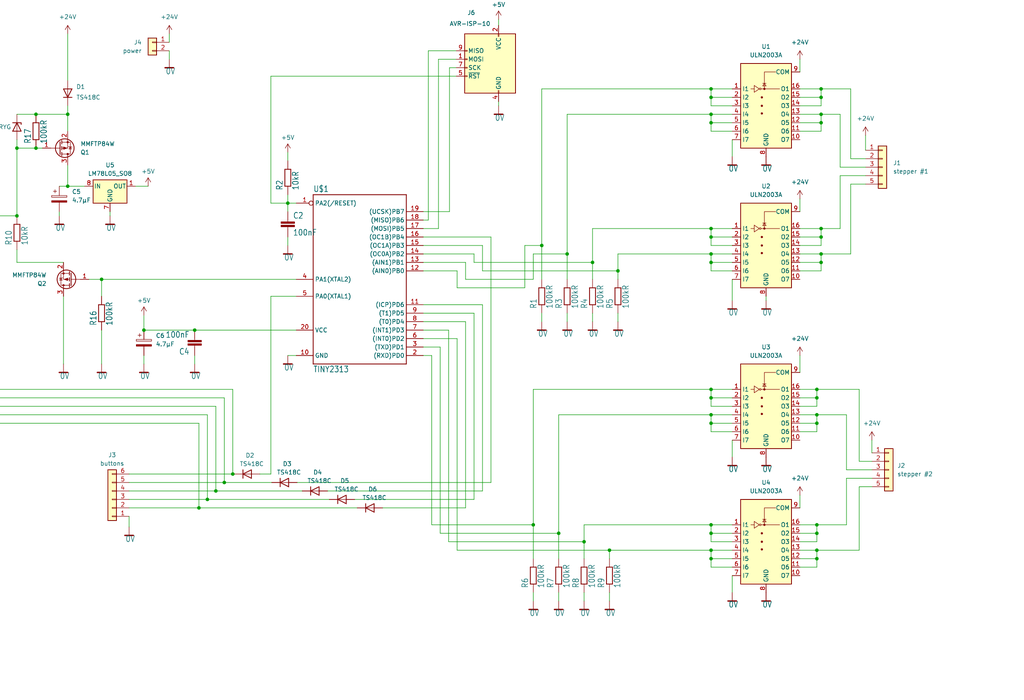
<source format=kicad_sch>
(kicad_sch (version 20230121) (generator eeschema)
  (paper "User" 307.264 210.007)
  (lib_symbols
    (symbol "Connector:AVR-ISP-10" (pin_names (offset 1.016))
      (property "Reference" "J" (at -6.35 11.43 0))
      (property "Value" "AVR-ISP-10" (at 0 11.43 0))
      (symbol "AVR-ISP-10_1_1"
        (pin passive line (at 10.16 2.54 180) (length 2.54) (name "MOSI") (number "1"))
        (pin passive line (at -2.54 -10.16 90) (length 2.54) hide (name "GND") (number "10"))
        (pin passive line (at -2.54 12.7 270) (length 2.54) (name "VCC") (number "2"))
        (pin no_connect line (at 7.62 -5.08 180) (length 2.54) hide (name "NC") (number "3"))
        (pin passive line (at -2.54 -10.16 90) (length 2.54) (name "GND") (number "4"))
        (pin passive line (at 10.16 -2.54 180) (length 2.54) (name "~{RST}") (number "5"))
        (pin passive line (at -2.54 -10.16 90) (length 2.54) hide (name "GND") (number "6"))
        (pin passive line (at 10.16 0 180) (length 2.54) (name "SCK") (number "7"))
        (pin passive line (at -2.54 -10.16 90) (length 2.54) hide (name "GND") (number "8"))
        (pin passive line (at 10.16 5.08 180) (length 2.54) (name "MISO") (number "9"))
      )
    )
    (symbol "Connector_Generic:Conn_01x02" (pin_names (offset 1.016) hide)
      (property "Reference" "J" (at 0 2.54 0))
      (property "Value" "Conn_01x02" (at 0 -5.08 0))
      (symbol "Conn_01x02_1_1"
        (pin passive line (at -5.08 0 0) (length 3.81) (name "Pin_1") (number "1"))
        (pin passive line (at -5.08 -2.54 0) (length 3.81) (name "Pin_2") (number "2"))
      )
    )
    (symbol "Connector_Generic:Conn_01x05" (pin_names (offset 1.016) hide)
      (property "Reference" "J" (at 0 7.62 0))
      (property "Value" "Conn_01x05" (at 0 -7.62 0))
      (symbol "Conn_01x05_1_1"
        (pin passive line (at -5.08 5.08 0) (length 3.81) (name "Pin_1") (number "1"))
        (pin passive line (at -5.08 2.54 0) (length 3.81) (name "Pin_2") (number "2"))
        (pin passive line (at -5.08 0 0) (length 3.81) (name "Pin_3") (number "3"))
        (pin passive line (at -5.08 -2.54 0) (length 3.81) (name "Pin_4") (number "4"))
        (pin passive line (at -5.08 -5.08 0) (length 3.81) (name "Pin_5") (number "5"))
      )
    )
    (symbol "Connector_Generic:Conn_01x06" (pin_names (offset 1.016) hide)
      (property "Reference" "J" (at 0 7.62 0))
      (property "Value" "Conn_01x06" (at 0 -10.16 0))
      (symbol "Conn_01x06_1_1"
        (pin passive line (at -5.08 5.08 0) (length 3.81) (name "Pin_1") (number "1"))
        (pin passive line (at -5.08 2.54 0) (length 3.81) (name "Pin_2") (number "2"))
        (pin passive line (at -5.08 0 0) (length 3.81) (name "Pin_3") (number "3"))
        (pin passive line (at -5.08 -2.54 0) (length 3.81) (name "Pin_4") (number "4"))
        (pin passive line (at -5.08 -5.08 0) (length 3.81) (name "Pin_5") (number "5"))
        (pin passive line (at -5.08 -7.62 0) (length 3.81) (name "Pin_6") (number "6"))
      )
    )
    (symbol "Device:C_Polarized" (pin_numbers hide) (pin_names (offset 0.254))
      (property "Reference" "C" (at 0.635 2.54 0))
      (property "Value" "C_Polarized" (at 0.635 -2.54 0))
      (symbol "C_Polarized_1_1"
        (pin passive line (at 0 3.81 270) (length 2.794) (name "~") (number "1"))
        (pin passive line (at 0 -3.81 90) (length 2.794) (name "~") (number "2"))
      )
    )
    (symbol "Device:D_Zener" (pin_numbers hide) (pin_names (offset 1.016) hide)
      (property "Reference" "D" (at 0 2.54 0))
      (property "Value" "D_Zener" (at 0 -2.54 0))
      (symbol "D_Zener_1_1"
        (pin passive line (at -3.81 0 0) (length 2.54) (name "K") (number "1"))
        (pin passive line (at 3.81 0 180) (length 2.54) (name "A") (number "2"))
      )
    )
    (symbol "Device:Q_PMOS_GSD" (pin_names (offset 0) hide)
      (property "Reference" "Q" (at 5.08 1.27 0))
      (property "Value" "Q_PMOS_GSD" (at 5.08 -1.27 0))
      (symbol "Q_PMOS_GSD_1_1"
        (pin input line (at -5.08 0 0) (length 2.54) (name "G") (number "1"))
        (pin passive line (at 2.54 -5.08 90) (length 2.54) (name "S") (number "2"))
        (pin passive line (at 2.54 5.08 270) (length 2.54) (name "D") (number "3"))
      )
    )
    (symbol "Diode:CD4148W" (pin_numbers hide) (pin_names hide)
      (property "Reference" "D" (at 0 2.54 0))
      (property "Value" "CD4148W" (at 0 -2.54 0))
      (symbol "CD4148W_1_1"
        (pin passive line (at -3.81 0 0) (length 2.54) (name "K") (number "1"))
        (pin passive line (at 3.81 0 180) (length 2.54) (name "A") (number "2"))
      )
    )
    (symbol "Regulator_Linear:LM78L05_SO8" (pin_names (offset 0.254))
      (property "Reference" "U" (at -3.81 3.175 0))
      (property "Value" "LM78L05_SO8" (at 0 3.175 0))
      (symbol "LM78L05_SO8_1_1"
        (pin power_out line (at 7.62 0 180) (length 2.54) (name "OUT") (number "1"))
        (pin passive line (at 0 -7.62 90) (length 2.54) hide (name "GND") (number "2"))
        (pin passive line (at 0 -7.62 90) (length 2.54) hide (name "GND") (number "3"))
        (pin no_connect line (at -5.08 -2.54 0) (length 2.54) hide (name "NC") (number "4"))
        (pin no_connect line (at 5.08 -2.54 180) (length 2.54) hide (name "NC") (number "5"))
        (pin passive line (at 0 -7.62 90) (length 2.54) hide (name "GND") (number "6"))
        (pin power_in line (at 0 -7.62 90) (length 2.54) (name "GND") (number "7"))
        (pin power_in line (at -7.62 0 0) (length 2.54) (name "IN") (number "8"))
      )
    )
    (symbol "Transistor_Array:ULN2003"
      (property "Reference" "U" (at 0 15.875 0))
      (property "Value" "ULN2003" (at 0 13.97 0))
      (symbol "ULN2003_1_1"
        (pin input line (at -10.16 5.08 0) (length 2.54) (name "I1") (number "1"))
        (pin open_collector line (at 10.16 -10.16 180) (length 2.54) (name "O7") (number "10"))
        (pin open_collector line (at 10.16 -7.62 180) (length 2.54) (name "O6") (number "11"))
        (pin open_collector line (at 10.16 -5.08 180) (length 2.54) (name "O5") (number "12"))
        (pin open_collector line (at 10.16 -2.54 180) (length 2.54) (name "O4") (number "13"))
        (pin open_collector line (at 10.16 0 180) (length 2.54) (name "O3") (number "14"))
        (pin open_collector line (at 10.16 2.54 180) (length 2.54) (name "O2") (number "15"))
        (pin open_collector line (at 10.16 5.08 180) (length 2.54) (name "O1") (number "16"))
        (pin input line (at -10.16 2.54 0) (length 2.54) (name "I2") (number "2"))
        (pin input line (at -10.16 0 0) (length 2.54) (name "I3") (number "3"))
        (pin input line (at -10.16 -2.54 0) (length 2.54) (name "I4") (number "4"))
        (pin input line (at -10.16 -5.08 0) (length 2.54) (name "I5") (number "5"))
        (pin input line (at -10.16 -7.62 0) (length 2.54) (name "I6") (number "6"))
        (pin input line (at -10.16 -10.16 0) (length 2.54) (name "I7") (number "7"))
        (pin power_in line (at 0 -15.24 90) (length 2.54) (name "GND") (number "8"))
        (pin passive line (at 10.16 10.16 180) (length 2.54) (name "COM") (number "9"))
      )
    )
    (symbol "Transistor_Array:ULN2003A"
      (property "Reference" "U" (at 0 15.875 0))
      (property "Value" "ULN2003A" (at 0 13.97 0))
      (symbol "ULN2003A_1_1"
        (pin input line (at -10.16 5.08 0) (length 2.54) (name "I1") (number "1"))
        (pin open_collector line (at 10.16 -10.16 180) (length 2.54) (name "O7") (number "10"))
        (pin open_collector line (at 10.16 -7.62 180) (length 2.54) (name "O6") (number "11"))
        (pin open_collector line (at 10.16 -5.08 180) (length 2.54) (name "O5") (number "12"))
        (pin open_collector line (at 10.16 -2.54 180) (length 2.54) (name "O4") (number "13"))
        (pin open_collector line (at 10.16 0 180) (length 2.54) (name "O3") (number "14"))
        (pin open_collector line (at 10.16 2.54 180) (length 2.54) (name "O2") (number "15"))
        (pin open_collector line (at 10.16 5.08 180) (length 2.54) (name "O1") (number "16"))
        (pin input line (at -10.16 2.54 0) (length 2.54) (name "I2") (number "2"))
        (pin input line (at -10.16 0 0) (length 2.54) (name "I3") (number "3"))
        (pin input line (at -10.16 -2.54 0) (length 2.54) (name "I4") (number "4"))
        (pin input line (at -10.16 -5.08 0) (length 2.54) (name "I5") (number "5"))
        (pin input line (at -10.16 -7.62 0) (length 2.54) (name "I6") (number "6"))
        (pin input line (at -10.16 -10.16 0) (length 2.54) (name "I7") (number "7"))
        (pin power_in line (at 0 -15.24 90) (length 2.54) (name "GND") (number "8"))
        (pin passive line (at 10.16 10.16 180) (length 2.54) (name "COM") (number "9"))
      )
    )
    (symbol "control-eagle-import:0V" (power)
      (property "Value" "0V" (at -1.143 -2.032 0))
      (symbol "0V_1_0"
        (pin power_in line (at 0 2.54 270) (length 2.54) (name "0V") (number "1"))
      )
    )
    (symbol "control-eagle-import:C-EUC3216"
      (property "Reference" "C" (at 1.524 0.381 0))
      (property "Value" "C-EUC3216" (at 1.524 -4.699 0))
      (symbol "C-EUC3216_1_0"
        (pin passive line (at 0 2.54 270) (length 2.54) (name "1") (number "1"))
        (pin passive line (at 0 -5.08 90) (length 2.54) (name "2") (number "2"))
      )
    )
    (symbol "control-eagle-import:R-EU_MELF0204W"
      (property "Reference" "R" (at -3.81 1.4986 0))
      (property "Value" "R-EU_MELF0204W" (at -3.81 -3.302 0))
      (symbol "R-EU_MELF0204W_1_0"
        (pin passive line (at -5.08 0 0) (length 2.54) (name "1") (number "1"))
        (pin passive line (at 5.08 0 180) (length 2.54) (name "2") (number "2"))
      )
    )
    (symbol "control-eagle-import:TINY2313-P"
      (property "Value" "TINY2313-P" (at -15.24 -33.02 0))
      (symbol "TINY2313-P_1_0"
        (pin input inverted (at -20.32 17.78 0) (length 5.08) (name "PA2(/RESET)") (number "1"))
        (pin power_in line (at -20.32 -27.94 0) (length 5.08) (name "GND") (number "10"))
        (pin bidirectional line (at 17.78 -12.7 180) (length 5.08) (name "(ICP)PD6") (number "11"))
        (pin bidirectional line (at 17.78 -2.54 180) (length 5.08) (name "(AIN0)PB0") (number "12"))
        (pin bidirectional line (at 17.78 0 180) (length 5.08) (name "(AIN1)PB1") (number "13"))
        (pin bidirectional line (at 17.78 2.54 180) (length 5.08) (name "(OC0A)PB2") (number "14"))
        (pin bidirectional line (at 17.78 5.08 180) (length 5.08) (name "(OC1A)PB3") (number "15"))
        (pin bidirectional line (at 17.78 7.62 180) (length 5.08) (name "(OC1B)PB4") (number "16"))
        (pin bidirectional line (at 17.78 10.16 180) (length 5.08) (name "(MOSI)PB5") (number "17"))
        (pin bidirectional line (at 17.78 12.7 180) (length 5.08) (name "(MISO)PB6") (number "18"))
        (pin bidirectional line (at 17.78 15.24 180) (length 5.08) (name "(UCSK)PB7") (number "19"))
        (pin bidirectional line (at 17.78 -27.94 180) (length 5.08) (name "(RXD)PD0") (number "2"))
        (pin power_in line (at -20.32 -20.32 0) (length 5.08) (name "VCC") (number "20"))
        (pin bidirectional line (at 17.78 -25.4 180) (length 5.08) (name "(TXD)PD1") (number "3"))
        (pin bidirectional line (at -20.32 -5.08 0) (length 5.08) (name "PA1(XTAL2)") (number "4"))
        (pin bidirectional line (at -20.32 -10.16 0) (length 5.08) (name "PA0(XTAL1)") (number "5"))
        (pin bidirectional line (at 17.78 -22.86 180) (length 5.08) (name "(INT0)PD2") (number "6"))
        (pin bidirectional line (at 17.78 -20.32 180) (length 5.08) (name "(INT1)PD3") (number "7"))
        (pin bidirectional line (at 17.78 -17.78 180) (length 5.08) (name "(T0)PD4") (number "8"))
        (pin bidirectional line (at 17.78 -15.24 180) (length 5.08) (name "(T1)PD5") (number "9"))
      )
    )
    (symbol "power:+24V" (power) (pin_names (offset 0))
      (property "Value" "+24V" (at 0 3.556 0))
      (symbol "+24V_1_1"
        (pin power_in line (at 0 0 90) (length 0) hide (name "+24V") (number "1"))
      )
    )
    (symbol "power:+5V" (power) (pin_names (offset 0))
      (property "Value" "+5V" (at 0 3.556 0))
      (symbol "+5V_1_1"
        (pin power_in line (at 0 0 90) (length 0) hide (name "+5V") (number "1"))
      )
    )
  )
  (junction (at 185.42 81.28))
  (junction (at 213.36 167.64))
  (junction (at 246.38 71.12))
  (junction (at 162.56 73.66))
  (junction (at 62.23 149.86))
  (junction (at 213.36 119.38))
  (junction (at 213.36 124.46))
  (junction (at 213.36 71.12))
  (junction (at 20.32 34.29))
  (junction (at -5.08 64.77))
  (junction (at 64.77 147.32))
  (junction (at 10.795 34.29))
  (junction (at 213.36 34.29))
  (junction (at 245.11 119.38))
  (junction (at 59.69 152.4))
  (junction (at 245.11 116.84))
  (junction (at 30.48 83.82))
  (junction (at -13.97 64.77))
  (junction (at 245.11 157.48))
  (junction (at 5.08 44.45))
  (junction (at 245.11 124.46))
  (junction (at 213.36 157.48))
  (junction (at 69.85 142.24))
  (junction (at 67.31 144.78))
  (junction (at -31.75 64.77))
  (junction (at 177.8 78.74))
  (junction (at 213.36 127))
  (junction (at 213.36 78.74))
  (junction (at 170.18 76.2))
  (junction (at 175.26 162.56))
  (junction (at 20.32 55.88))
  (junction (at 213.36 116.84))
  (junction (at 245.11 165.1))
  (junction (at 213.36 36.83))
  (junction (at 5.08 64.77))
  (junction (at 246.38 78.74))
  (junction (at 58.42 99.06))
  (junction (at 245.11 167.64))
  (junction (at 213.36 165.1))
  (junction (at 213.36 76.2))
  (junction (at 43.18 99.06))
  (junction (at 246.38 34.29))
  (junction (at -22.86 64.77))
  (junction (at 246.38 76.2))
  (junction (at 213.36 29.21))
  (junction (at 86.36 60.96))
  (junction (at 213.36 68.58))
  (junction (at 246.38 68.58))
  (junction (at 245.11 160.02))
  (junction (at 246.38 36.83))
  (junction (at 213.36 26.67))
  (junction (at 160.02 157.48))
  (junction (at 167.64 160.02))
  (junction (at 10.795 44.45))
  (junction (at 213.36 160.02))
  (junction (at 246.38 29.21))
  (junction (at 182.88 165.1))
  (junction (at 246.38 26.67))
  (junction (at 245.11 127))
  (wire (pts (xy 157.48 73.66) (xy 162.56 73.66)))
  (wire (pts (xy -40.64 74.93) (xy -40.64 127)))
  (wire (pts (xy 127 73.66) (xy 144.78 73.66)))
  (wire (pts (xy 261.62 138.43) (xy 257.81 138.43)))
  (wire (pts (xy 5.08 78.74) (xy 5.08 74.93)))
  (wire (pts (xy 81.28 88.9) (xy 81.28 142.24)))
  (wire (pts (xy 240.03 170.18) (xy 245.11 170.18)))
  (wire (pts (xy 5.08 44.45) (xy 10.795 44.45)))
  (wire (pts (xy 185.42 83.82) (xy 185.42 81.28)))
  (wire (pts (xy 81.28 60.96) (xy 86.36 60.96)))
  (wire (pts (xy 77.978 142.24) (xy 81.28 142.24)))
  (wire (pts (xy 245.11 170.18) (xy 245.11 167.64)))
  (wire (pts (xy -5.08 116.84) (xy 69.85 116.84)))
  (wire (pts (xy -5.08 64.77) (xy 5.08 64.77)))
  (wire (pts (xy 219.71 31.75) (xy 213.36 31.75)))
  (wire (pts (xy 137.16 81.28) (xy 137.16 86.36)))
  (wire (pts (xy 257.81 138.43) (xy 257.81 116.84)))
  (wire (pts (xy 175.26 157.48) (xy 175.26 162.56)))
  (wire (pts (xy 59.69 152.4) (xy 107.188 152.4)))
  (wire (pts (xy 5.08 44.45) (xy 5.08 64.77)))
  (wire (pts (xy 62.23 149.86) (xy 98.806 149.86)))
  (wire (pts (xy 127 76.2) (xy 142.24 76.2)))
  (wire (pts (xy 162.56 83.82) (xy 162.56 73.66)))
  (wire (pts (xy 252.095 50.165) (xy 252.095 34.29)))
  (wire (pts (xy 86.36 73.66) (xy 86.36 71.12)))
  (wire (pts (xy 17.78 63.5) (xy 17.78 64.77)))
  (wire (pts (xy 259.715 47.625) (xy 255.27 47.625)))
  (wire (pts (xy 67.31 119.38) (xy 67.31 144.78)))
  (wire (pts (xy 245.11 167.64) (xy 245.11 165.1)))
  (wire (pts (xy 245.11 129.54) (xy 245.11 127)))
  (wire (pts (xy 86.36 63.5) (xy 86.36 60.96)))
  (wire (pts (xy 261.62 140.97) (xy 254 140.97)))
  (wire (pts (xy 185.42 96.52) (xy 185.42 93.98)))
  (wire (pts (xy 58.42 109.22) (xy 58.42 106.68)))
  (wire (pts (xy 261.62 132.08) (xy 261.62 135.89)))
  (wire (pts (xy 20.32 10.16) (xy 20.32 24.13)))
  (wire (pts (xy 144.78 81.28) (xy 185.42 81.28)))
  (wire (pts (xy 252.095 68.58) (xy 246.38 68.58)))
  (wire (pts (xy 134.874 20.32) (xy 134.874 63.5)))
  (wire (pts (xy 137.16 101.6) (xy 137.16 165.1)))
  (wire (pts (xy 142.24 78.74) (xy 177.8 78.74)))
  (wire (pts (xy 182.88 165.1) (xy 213.36 165.1)))
  (wire (pts (xy 255.27 26.67) (xy 246.38 26.67)))
  (wire (pts (xy 139.7 78.74) (xy 139.7 83.82)))
  (wire (pts (xy 219.71 160.02) (xy 213.36 160.02)))
  (wire (pts (xy 149.606 5.842) (xy 149.606 7.62)))
  (wire (pts (xy 240.03 129.54) (xy 245.11 129.54)))
  (wire (pts (xy 245.11 165.1) (xy 257.81 165.1)))
  (wire (pts (xy 246.38 76.2) (xy 255.27 76.2)))
  (wire (pts (xy -31.75 64.77) (xy -22.86 64.77)))
  (wire (pts (xy 257.81 165.1) (xy 257.81 146.05)))
  (wire (pts (xy 219.71 71.12) (xy 213.36 71.12)))
  (wire (pts (xy 5.08 41.91) (xy 5.08 44.45)))
  (wire (pts (xy 219.71 68.58) (xy 213.36 68.58)))
  (wire (pts (xy 58.42 99.06) (xy 88.9 99.06)))
  (wire (pts (xy 213.36 39.37) (xy 219.71 39.37)))
  (wire (pts (xy 89.154 144.78) (xy 147.32 144.78)))
  (wire (pts (xy 240.03 81.28) (xy 246.38 81.28)))
  (wire (pts (xy 62.23 124.46) (xy 62.23 149.86)))
  (wire (pts (xy 127 71.12) (xy 147.32 71.12)))
  (wire (pts (xy 219.71 162.56) (xy 213.36 162.56)))
  (wire (pts (xy -31.75 124.46) (xy 62.23 124.46)))
  (wire (pts (xy 219.71 81.28) (xy 213.36 81.28)))
  (wire (pts (xy 246.38 26.67) (xy 240.03 26.67)))
  (wire (pts (xy 139.7 96.52) (xy 139.7 152.4)))
  (wire (pts (xy 245.11 116.84) (xy 240.03 116.84)))
  (wire (pts (xy -22.86 121.92) (xy 64.77 121.92)))
  (wire (pts (xy 114.808 152.4) (xy 139.7 152.4)))
  (wire (pts (xy 257.81 116.84) (xy 245.11 116.84)))
  (wire (pts (xy 240.03 148.59) (xy 240.03 152.4)))
  (wire (pts (xy 246.38 76.2) (xy 246.38 78.74)))
  (wire (pts (xy 167.64 180.34) (xy 167.64 177.8)))
  (wire (pts (xy 240.03 31.75) (xy 246.38 31.75)))
  (wire (pts (xy -13.97 119.38) (xy 67.31 119.38)))
  (wire (pts (xy 245.11 124.46) (xy 240.03 124.46)))
  (wire (pts (xy 142.24 93.98) (xy 127 93.98)))
  (wire (pts (xy 219.71 34.29) (xy 213.36 34.29)))
  (wire (pts (xy 20.32 34.29) (xy 20.32 39.37)))
  (wire (pts (xy 30.48 99.06) (xy 30.48 109.22)))
  (wire (pts (xy 127 96.52) (xy 139.7 96.52)))
  (wire (pts (xy 240.03 71.12) (xy 246.38 71.12)))
  (wire (pts (xy -13.97 64.77) (xy -5.08 64.77)))
  (wire (pts (xy 106.426 149.86) (xy 142.24 149.86)))
  (wire (pts (xy 88.9 88.9) (xy 81.28 88.9)))
  (wire (pts (xy 137.16 86.36) (xy 157.48 86.36)))
  (wire (pts (xy 259.715 52.705) (xy 252.095 52.705)))
  (wire (pts (xy 219.71 116.84) (xy 213.36 116.84)))
  (wire (pts (xy 129.54 157.48) (xy 160.02 157.48)))
  (wire (pts (xy 259.715 55.245) (xy 255.27 55.245)))
  (wire (pts (xy 257.81 146.05) (xy 261.62 146.05)))
  (wire (pts (xy 144.78 91.44) (xy 144.78 147.32)))
  (wire (pts (xy 58.42 99.06) (xy 43.18 99.06)))
  (wire (pts (xy 240.03 73.66) (xy 246.38 73.66)))
  (wire (pts (xy 240.03 106.68) (xy 240.03 111.76)))
  (wire (pts (xy 127 104.14) (xy 132.08 104.14)))
  (wire (pts (xy 139.7 83.82) (xy 160.02 83.82)))
  (wire (pts (xy 213.36 34.29) (xy 213.36 36.83)))
  (wire (pts (xy 162.56 26.67) (xy 213.36 26.67)))
  (wire (pts (xy 213.36 116.84) (xy 213.36 119.38)))
  (wire (pts (xy 170.18 83.82) (xy 170.18 76.2)))
  (wire (pts (xy 219.71 78.74) (xy 213.36 78.74)))
  (wire (pts (xy 219.71 41.91) (xy 219.71 46.99)))
  (wire (pts (xy 219.71 129.54) (xy 213.36 129.54)))
  (wire (pts (xy 240.03 167.64) (xy 245.11 167.64)))
  (wire (pts (xy 252.095 34.29) (xy 246.38 34.29)))
  (wire (pts (xy 245.11 119.38) (xy 245.11 116.84)))
  (wire (pts (xy 219.71 127) (xy 213.36 127)))
  (wire (pts (xy 213.36 71.12) (xy 213.36 68.58)))
  (wire (pts (xy 64.77 121.92) (xy 64.77 147.32)))
  (wire (pts (xy 40.64 55.88) (xy 44.45 55.88)))
  (wire (pts (xy -5.08 74.93) (xy -5.08 116.84)))
  (wire (pts (xy 246.38 78.74) (xy 246.38 81.28)))
  (wire (pts (xy 240.03 119.38) (xy 245.11 119.38)))
  (wire (pts (xy 20.32 31.75) (xy 20.32 34.29)))
  (wire (pts (xy 38.735 144.78) (xy 67.31 144.78)))
  (wire (pts (xy 160.02 167.64) (xy 160.02 157.48)))
  (wire (pts (xy 240.03 76.2) (xy 246.38 76.2)))
  (wire (pts (xy 219.71 76.2) (xy 213.36 76.2)))
  (wire (pts (xy 255.27 47.625) (xy 255.27 26.67)))
  (wire (pts (xy 69.85 116.84) (xy 69.85 142.24)))
  (wire (pts (xy 240.03 121.92) (xy 245.11 121.92)))
  (wire (pts (xy 259.715 40.64) (xy 259.715 45.085)))
  (wire (pts (xy 30.48 83.82) (xy 30.48 88.9)))
  (wire (pts (xy 240.03 127) (xy 245.11 127)))
  (wire (pts (xy -22.86 74.93) (xy -22.86 121.92)))
  (wire (pts (xy -40.64 64.77) (xy -31.75 64.77)))
  (wire (pts (xy 170.18 96.52) (xy 170.18 93.98)))
  (wire (pts (xy 134.62 162.56) (xy 175.26 162.56)))
  (wire (pts (xy 19.05 88.9) (xy 19.05 109.22)))
  (wire (pts (xy 10.795 44.45) (xy 12.7 44.45)))
  (wire (pts (xy 132.08 104.14) (xy 132.08 160.02)))
  (wire (pts (xy 86.36 60.96) (xy 88.9 60.96)))
  (wire (pts (xy 246.38 71.12) (xy 246.38 73.66)))
  (wire (pts (xy 86.36 106.68) (xy 88.9 106.68)))
  (wire (pts (xy 64.77 147.32) (xy 90.678 147.32)))
  (wire (pts (xy 20.32 49.53) (xy 20.32 55.88)))
  (wire (pts (xy 245.11 127) (xy 245.11 124.46)))
  (wire (pts (xy 175.26 167.64) (xy 175.26 162.56)))
  (wire (pts (xy 69.85 142.24) (xy 70.358 142.24)))
  (wire (pts (xy 246.38 34.29) (xy 240.03 34.29)))
  (wire (pts (xy 254 143.51) (xy 254 157.48)))
  (wire (pts (xy 254 157.48) (xy 245.11 157.48)))
  (wire (pts (xy 213.36 160.02) (xy 213.36 157.48)))
  (wire (pts (xy 246.38 36.83) (xy 246.38 34.29)))
  (wire (pts (xy 167.64 124.46) (xy 167.64 160.02)))
  (wire (pts (xy 246.38 29.21) (xy 246.38 26.67)))
  (wire (pts (xy 86.36 58.42) (xy 86.36 60.96)))
  (wire (pts (xy 246.38 68.58) (xy 240.03 68.58)))
  (wire (pts (xy 167.64 167.64) (xy 167.64 160.02)))
  (wire (pts (xy 38.735 142.24) (xy 69.85 142.24)))
  (wire (pts (xy -13.97 74.93) (xy -13.97 119.38)))
  (wire (pts (xy 213.36 116.84) (xy 160.02 116.84)))
  (wire (pts (xy 240.03 162.56) (xy 245.11 162.56)))
  (wire (pts (xy 246.38 39.37) (xy 246.38 36.83)))
  (wire (pts (xy 170.18 34.29) (xy 170.18 76.2)))
  (wire (pts (xy 5.08 34.29) (xy 10.795 34.29)))
  (wire (pts (xy 219.71 167.64) (xy 213.36 167.64)))
  (wire (pts (xy 137.16 101.6) (xy 127 101.6)))
  (wire (pts (xy 240.03 36.83) (xy 246.38 36.83)))
  (wire (pts (xy 175.26 180.34) (xy 175.26 177.8)))
  (wire (pts (xy -22.86 64.77) (xy -13.97 64.77)))
  (wire (pts (xy 245.11 160.02) (xy 245.11 157.48)))
  (wire (pts (xy 219.71 170.18) (xy 213.36 170.18)))
  (wire (pts (xy 245.11 157.48) (xy 240.03 157.48)))
  (wire (pts (xy 246.38 68.58) (xy 246.38 71.12)))
  (wire (pts (xy 213.36 68.58) (xy 177.8 68.58)))
  (wire (pts (xy 38.735 154.94) (xy 38.735 158.115)))
  (wire (pts (xy 127 66.04) (xy 128.524 66.04)))
  (wire (pts (xy 219.71 124.46) (xy 213.36 124.46)))
  (wire (pts (xy 136.906 15.24) (xy 128.524 15.24)))
  (wire (pts (xy 259.715 50.165) (xy 252.095 50.165)))
  (wire (pts (xy 134.62 99.06) (xy 134.62 162.56)))
  (wire (pts (xy 219.71 29.21) (xy 213.36 29.21)))
  (wire (pts (xy 213.36 165.1) (xy 213.36 167.64)))
  (wire (pts (xy 17.78 55.88) (xy 20.32 55.88)))
  (wire (pts (xy 213.36 165.1) (xy 219.71 165.1)))
  (wire (pts (xy 81.28 22.86) (xy 81.28 60.96)))
  (wire (pts (xy 127 106.68) (xy 129.54 106.68)))
  (wire (pts (xy 246.38 31.75) (xy 246.38 29.21)))
  (wire (pts (xy 185.42 76.2) (xy 185.42 81.28)))
  (wire (pts (xy 160.02 83.82) (xy 160.02 76.2)))
  (wire (pts (xy 240.03 29.21) (xy 246.38 29.21)))
  (wire (pts (xy 86.36 45.72) (xy 86.36 48.26)))
  (wire (pts (xy 88.9 83.82) (xy 30.48 83.82)))
  (wire (pts (xy 213.36 127) (xy 213.36 129.54)))
  (wire (pts (xy 219.71 36.83) (xy 213.36 36.83)))
  (wire (pts (xy 213.36 26.67) (xy 219.71 26.67)))
  (wire (pts (xy 219.71 132.08) (xy 219.71 137.16)))
  (wire (pts (xy 142.24 76.2) (xy 142.24 78.74)))
  (wire (pts (xy 137.16 165.1) (xy 182.88 165.1)))
  (wire (pts (xy 213.36 31.75) (xy 213.36 29.21)))
  (wire (pts (xy 127 68.58) (xy 131.572 68.58)))
  (wire (pts (xy 160.02 116.84) (xy 160.02 157.48)))
  (wire (pts (xy 213.36 124.46) (xy 213.36 127)))
  (wire (pts (xy 144.78 73.66) (xy 144.78 81.28)))
  (wire (pts (xy 240.03 39.37) (xy 246.38 39.37)))
  (wire (pts (xy 160.02 180.34) (xy 160.02 177.8)))
  (wire (pts (xy 33.02 63.5) (xy 33.02 64.77)))
  (wire (pts (xy 127 99.06) (xy 134.62 99.06)))
  (wire (pts (xy 245.11 121.92) (xy 245.11 119.38)))
  (wire (pts (xy 261.62 143.51) (xy 254 143.51)))
  (wire (pts (xy 30.48 83.82) (xy 26.67 83.82)))
  (wire (pts (xy 98.298 147.32) (xy 144.78 147.32)))
  (wire (pts (xy 147.32 71.12) (xy 147.32 144.78)))
  (wire (pts (xy 157.48 86.36) (xy 157.48 73.66)))
  (wire (pts (xy 240.03 160.02) (xy 245.11 160.02)))
  (wire (pts (xy 245.11 162.56) (xy 245.11 160.02)))
  (wire (pts (xy 254 140.97) (xy 254 124.46)))
  (wire (pts (xy 240.03 78.74) (xy 246.38 78.74)))
  (wire (pts (xy 213.36 73.66) (xy 213.36 71.12)))
  (wire (pts (xy 131.572 17.78) (xy 131.572 68.58)))
  (wire (pts (xy 142.24 149.86) (xy 142.24 93.98)))
  (wire (pts (xy 160.02 76.2) (xy 170.18 76.2)))
  (wire (pts (xy 177.8 68.58) (xy 177.8 78.74)))
  (wire (pts (xy 81.28 22.86) (xy 136.906 22.86)))
  (wire (pts (xy 213.36 36.83) (xy 213.36 39.37)))
  (wire (pts (xy 177.8 96.52) (xy 177.8 93.98)))
  (wire (pts (xy 219.71 121.92) (xy 213.36 121.92)))
  (wire (pts (xy 240.03 165.1) (xy 245.11 165.1)))
  (wire (pts (xy 213.36 78.74) (xy 213.36 76.2)))
  (wire (pts (xy 59.69 127) (xy 59.69 152.4)))
  (wire (pts (xy 213.36 76.2) (xy 185.42 76.2)))
  (wire (pts (xy 67.31 144.78) (xy 81.534 144.78)))
  (wire (pts (xy 219.71 119.38) (xy 213.36 119.38)))
  (wire (pts (xy 213.36 162.56) (xy 213.36 160.02)))
  (wire (pts (xy 38.735 152.4) (xy 59.69 152.4)))
  (wire (pts (xy 127 63.5) (xy 134.874 63.5)))
  (wire (pts (xy 240.03 17.78) (xy 240.03 21.59)))
  (wire (pts (xy 213.36 157.48) (xy 175.26 157.48)))
  (wire (pts (xy 10.795 34.29) (xy 20.32 34.29)))
  (wire (pts (xy 50.8 10.16) (xy 50.8 12.7)))
  (wire (pts (xy 127 78.74) (xy 139.7 78.74)))
  (wire (pts (xy 43.18 109.22) (xy 43.18 106.68)))
  (wire (pts (xy 128.524 15.24) (xy 128.524 66.04)))
  (wire (pts (xy 213.36 29.21) (xy 213.36 26.67)))
  (wire (pts (xy 136.906 20.32) (xy 134.874 20.32)))
  (wire (pts (xy 136.906 17.78) (xy 131.572 17.78)))
  (wire (pts (xy 219.71 157.48) (xy 213.36 157.48)))
  (wire (pts (xy -31.75 74.93) (xy -31.75 124.46)))
  (wire (pts (xy 213.36 167.64) (xy 213.36 170.18)))
  (wire (pts (xy 255.27 55.245) (xy 255.27 76.2)))
  (wire (pts (xy 5.08 78.74) (xy 19.05 78.74)))
  (wire (pts (xy 213.36 34.29) (xy 170.18 34.29)))
  (wire (pts (xy 127 91.44) (xy 144.78 91.44)))
  (wire (pts (xy 213.36 124.46) (xy 167.64 124.46)))
  (wire (pts (xy 177.8 83.82) (xy 177.8 78.74)))
  (wire (pts (xy 240.03 59.69) (xy 240.03 63.5)))
  (wire (pts (xy 162.56 73.66) (xy 162.56 26.67)))
  (wire (pts (xy 213.36 81.28) (xy 213.36 78.74)))
  (wire (pts (xy 219.71 172.72) (xy 219.71 177.8)))
  (wire (pts (xy 149.606 30.48) (xy 149.606 31.75)))
  (wire (pts (xy 38.735 149.86) (xy 62.23 149.86)))
  (wire (pts (xy 132.08 160.02) (xy 167.64 160.02)))
  (wire (pts (xy 129.54 106.68) (xy 129.54 157.48)))
  (wire (pts (xy 182.88 167.64) (xy 182.88 165.1)))
  (wire (pts (xy 50.8 15.24) (xy 50.8 17.78)))
  (wire (pts (xy -40.64 127) (xy 59.69 127)))
  (wire (pts (xy 38.735 147.32) (xy 64.77 147.32)))
  (wire (pts (xy 219.71 83.82) (xy 219.71 90.17)))
  (wire (pts (xy 252.095 52.705) (xy 252.095 68.58)))
  (wire (pts (xy 43.18 94.742) (xy 43.18 99.06)))
  (wire (pts (xy 182.88 180.34) (xy 182.88 177.8)))
  (wire (pts (xy 229.87 88.9) (xy 229.87 90.17)))
  (wire (pts (xy 162.56 96.52) (xy 162.56 93.98)))
  (wire (pts (xy 254 124.46) (xy 245.11 124.46)))
  (wire (pts (xy 127 81.28) (xy 137.16 81.28)))
  (wire (pts (xy 20.32 55.88) (xy 25.4 55.88)))
  (wire (pts (xy 213.36 121.92) (xy 213.36 119.38)))
  (wire (pts (xy 219.71 73.66) (xy 213.36 73.66)))
  (symbol (lib_id "control-eagle-import:0V") (at 17.78 67.31 0) (unit 1)
    (property "Reference" "#SUPPLY010" (effects hide))
    (property "Value" "0V" (at 16.637 69.342 0) (effects (font (size 1.778 1.5113)) (justify left bottom)))
    (property "Footprint" "control:" (effects hide))
  )
  (symbol (lib_id "control-eagle-import:0V") (at 38.735 160.655 0) (unit 1)
    (property "Reference" "#SUPPLY07" (effects hide))
    (property "Value" "0V" (at 37.592 162.687 0) (effects (font (size 1.778 1.5113)) (justify left bottom)))
    (property "Footprint" "control:" (effects hide))
  )
  (symbol (lib_id "control-eagle-import:R-EU_MELF0204W") (at -22.86 69.85 90) (unit 1)
    (property "Reference" "R13" (at -24.3586 73.66 0) (effects (font (size 1.778 1.5113)) (justify left bottom)))
    (property "Value" "10kR" (at -19.558 73.66 0) (effects (font (size 1.778 1.5113)) (justify left bottom)))
    (property "Footprint" "Resistor_SMD:R_0805_2012Metric_Pad1.20x1.40mm_HandSolder" (effects hide))
  )
  (symbol (lib_id "control-eagle-import:R-EU_MELF0204W") (at 10.795 39.37 90) (unit 1)
    (property "Reference" "R17" (at 9.2964 43.18 0) (effects (font (size 1.778 1.5113)) (justify left bottom)))
    (property "Value" "100kR" (at 14.097 43.18 0) (effects (font (size 1.778 1.5113)) (justify left bottom)))
    (property "Footprint" "Resistor_SMD:R_0805_2012Metric_Pad1.20x1.40mm_HandSolder" (effects hide))
  )
  (symbol (lib_id "Diode:CD4148W") (at 85.344 144.78 0) (mirror x) (unit 1)
    (property "Reference" "D3" (at 84.836 139.192 0) (effects (justify left)))
    (property "Value" "TS418C" (at 83.058 141.732 0) (effects (justify left)))
    (property "Footprint" "Diode_SMD:D_0805_2012Metric" (effects hide))
    (property "Datasheet" "https://www.dccomponents.com/upload/product/original/623524775088.pdf" (effects hide))
    (property "Sim.Device" "D" (effects hide))
    (property "Sim.Pins" "1=K 2=A" (effects hide))
  )
  (symbol (lib_id "control-eagle-import:0V") (at 58.42 111.76 0) (unit 1)
    (property "Reference" "#SUPPLY017" (effects hide))
    (property "Value" "0V" (at 57.277 113.792 0) (effects (font (size 1.778 1.5113)) (justify left bottom)))
    (property "Footprint" "control:" (effects hide))
  )
  (symbol (lib_id "control-eagle-import:R-EU_MELF0204W") (at -5.08 69.85 90) (unit 1)
    (property "Reference" "R11" (at -6.5786 73.66 0) (effects (font (size 1.778 1.5113)) (justify left bottom)))
    (property "Value" "10kR" (at -1.778 73.66 0) (effects (font (size 1.778 1.5113)) (justify left bottom)))
    (property "Footprint" "Resistor_SMD:R_0805_2012Metric_Pad1.20x1.40mm_HandSolder" (effects hide))
  )
  (symbol (lib_id "control-eagle-import:R-EU_MELF0204W") (at 5.08 69.85 90) (unit 1)
    (property "Reference" "R10" (at 3.5814 73.66 0) (effects (font (size 1.778 1.5113)) (justify left bottom)))
    (property "Value" "10kR" (at 8.382 73.66 0) (effects (font (size 1.778 1.5113)) (justify left bottom)))
    (property "Footprint" "Resistor_SMD:R_0805_2012Metric_Pad1.20x1.40mm_HandSolder" (effects hide))
  )
  (symbol (lib_id "control-eagle-import:0V") (at 177.8 99.06 0) (unit 1)
    (property "Reference" "#SUPPLY036" (effects hide))
    (property "Value" "0V" (at 176.657 101.092 0) (effects (font (size 1.778 1.5113)) (justify left bottom)))
    (property "Footprint" "control:" (effects hide))
  )
  (symbol (lib_id "control-eagle-import:0V") (at 43.18 111.76 0) (unit 1)
    (property "Reference" "#SUPPLY016" (effects hide))
    (property "Value" "0V" (at 42.037 113.792 0) (effects (font (size 1.778 1.5113)) (justify left bottom)))
    (property "Footprint" "control:" (effects hide))
  )
  (symbol (lib_id "control-eagle-import:0V") (at 182.88 182.88 0) (unit 1)
    (property "Reference" "#SUPPLY027" (effects hide))
    (property "Value" "0V" (at 181.737 184.912 0) (effects (font (size 1.778 1.5113)) (justify left bottom)))
    (property "Footprint" "control:" (effects hide))
  )
  (symbol (lib_id "Diode:CD4148W") (at 110.998 152.4 0) (mirror x) (unit 1)
    (property "Reference" "D6" (at 110.49 146.812 0) (effects (justify left)))
    (property "Value" "TS418C" (at 108.712 149.352 0) (effects (justify left)))
    (property "Footprint" "Diode_SMD:D_0805_2012Metric" (effects hide))
    (property "Datasheet" "https://www.dccomponents.com/upload/product/original/623524775088.pdf" (effects hide))
    (property "Sim.Device" "D" (effects hide))
    (property "Sim.Pins" "1=K 2=A" (effects hide))
  )
  (symbol (lib_id "control-eagle-import:C-EUC3216") (at 58.42 104.14 180) (unit 1)
    (property "Reference" "C4" (at 56.896 104.521 0) (effects (font (size 1.778 1.5113)) (justify left bottom)))
    (property "Value" "100nF" (at 56.896 99.441 0) (effects (font (size 1.778 1.5113)) (justify left bottom)))
    (property "Footprint" "Capacitor_SMD:C_0805_2012Metric_Pad1.18x1.45mm_HandSolder" (effects hide))
  )
  (symbol (lib_id "control-eagle-import:0V") (at 229.87 139.7 0) (unit 1)
    (property "Reference" "#SUPPLY048" (effects hide))
    (property "Value" "0V" (at 228.727 141.732 0) (effects (font (size 1.778 1.5113)) (justify left bottom)))
    (property "Footprint" "control:" (effects hide))
  )
  (symbol (lib_id "control-eagle-import:0V") (at 219.71 49.53 0) (unit 1)
    (property "Reference" "#SUPPLY04" (effects hide))
    (property "Value" "0V" (at 218.567 51.562 0) (effects (font (size 1.778 1.5113)) (justify left bottom)))
    (property "Footprint" "control:" (effects hide))
  )
  (symbol (lib_id "control-eagle-import:0V") (at 33.02 67.31 0) (unit 1)
    (property "Reference" "#SUPPLY09" (effects hide))
    (property "Value" "0V" (at 31.877 69.342 0) (effects (font (size 1.778 1.5113)) (justify left bottom)))
    (property "Footprint" "control:" (effects hide))
  )
  (symbol (lib_id "control-eagle-import:0V") (at 175.26 182.88 0) (unit 1)
    (property "Reference" "#SUPPLY018" (effects hide))
    (property "Value" "0V" (at 174.117 184.912 0) (effects (font (size 1.778 1.5113)) (justify left bottom)))
    (property "Footprint" "control:" (effects hide))
  )
  (symbol (lib_id "control-eagle-import:R-EU_MELF0204W") (at -31.75 69.85 90) (unit 1)
    (property "Reference" "R14" (at -33.2486 73.66 0) (effects (font (size 1.778 1.5113)) (justify left bottom)))
    (property "Value" "10kR" (at -28.448 73.66 0) (effects (font (size 1.778 1.5113)) (justify left bottom)))
    (property "Footprint" "Resistor_SMD:R_0805_2012Metric_Pad1.20x1.40mm_HandSolder" (effects hide))
  )
  (symbol (lib_id "Device:C_Polarized") (at 17.78 59.69 0) (unit 1)
    (property "Reference" "C5" (at 21.59 57.531 0) (effects (justify left)))
    (property "Value" "4.7µF" (at 21.59 60.071 0) (effects (justify left)))
    (property "Footprint" "Capacitor_SMD:CP_Elec_4x5.8" (effects hide))
  )
  (symbol (lib_id "control-eagle-import:0V") (at 50.8 20.32 0) (unit 1)
    (property "Reference" "#SUPPLY08" (effects hide))
    (property "Value" "0V" (at 49.657 22.352 0) (effects (font (size 1.778 1.5113)) (justify left bottom)))
    (property "Footprint" "control:" (effects hide))
  )
  (symbol (lib_id "Connector:AVR-ISP-10") (at 147.066 20.32 0) (mirror y) (unit 1)
    (property "Reference" "J6" (at 140.208 3.81 0) (effects (justify right)))
    (property "Value" "AVR-ISP-10" (at 134.874 7.112 0) (effects (justify right)))
    (property "Footprint" "Connector_IDC:IDC-Header_2x05_P2.54mm_Vertical" (effects hide))
    (property "Datasheet" " ~" (effects hide))
  )
  (symbol (lib_id "control-eagle-import:0V") (at 170.18 99.06 0) (unit 1)
    (property "Reference" "#SUPPLY014" (effects hide))
    (property "Value" "0V" (at 169.037 101.092 0) (effects (font (size 1.778 1.5113)) (justify left bottom)))
    (property "Footprint" "control:" (effects hide))
  )
  (symbol (lib_id "Device:D_Zener") (at 5.08 38.1 270) (unit 1)
    (property "Reference" "D7" (at -12.7 35.56 90) (effects (justify left)))
    (property "Value" "BZY55B3v0-RYG" (at -12.7 38.1 90) (effects (justify left)))
    (property "Footprint" "Diode_SMD:D_0805_2012Metric_Pad1.15x1.40mm_HandSolder" (effects hide))
    (property "description" "zener -3V" (at -7.62 40.64 90))
  )
  (symbol (lib_id "control-eagle-import:R-EU_MELF0204W") (at -13.97 69.85 90) (unit 1)
    (property "Reference" "R12" (at -15.4686 73.66 0) (effects (font (size 1.778 1.5113)) (justify left bottom)))
    (property "Value" "10kR" (at -10.668 73.66 0) (effects (font (size 1.778 1.5113)) (justify left bottom)))
    (property "Footprint" "Resistor_SMD:R_0805_2012Metric_Pad1.20x1.40mm_HandSolder" (effects hide))
  )
  (symbol (lib_id "Diode:CD4148W") (at 74.168 142.24 0) (mirror x) (unit 1)
    (property "Reference" "D2" (at 73.66 136.652 0) (effects (justify left)))
    (property "Value" "TS418C" (at 71.882 139.192 0) (effects (justify left)))
    (property "Footprint" "Diode_SMD:D_0805_2012Metric" (effects hide))
    (property "Datasheet" "https://www.dccomponents.com/upload/product/original/623524775088.pdf" (effects hide))
    (property "Sim.Device" "D" (effects hide))
    (property "Sim.Pins" "1=K 2=A" (effects hide))
  )
  (symbol (lib_id "power:+24V") (at 261.62 132.08 0) (unit 1)
    (property "Reference" "#PWR08" (effects hide))
    (property "Value" "+24V" (at 261.62 127 0))
  )
  (symbol (lib_id "control-eagle-import:R-EU_MELF0204W") (at 175.26 172.72 90) (unit 1)
    (property "Reference" "R8" (at 173.7614 176.53 0) (effects (font (size 1.778 1.5113)) (justify left bottom)))
    (property "Value" "100kR" (at 178.562 176.53 0) (effects (font (size 1.778 1.5113)) (justify left bottom)))
    (property "Footprint" "Resistor_SMD:R_0805_2012Metric_Pad1.20x1.40mm_HandSolder" (effects hide))
  )
  (symbol (lib_id "Transistor_Array:ULN2003") (at 229.87 73.66 0) (unit 1)
    (property "Reference" "U2" (at 229.87 55.88 0))
    (property "Value" "ULN2003A" (at 229.87 58.42 0))
    (property "Footprint" "Package_SO:SOIC-16_3.9x9.9mm_P1.27mm" (effects hide))
    (property "Datasheet" "http://www.ti.com/lit/ds/symlink/uln2003a.pdf" (effects hide))
  )
  (symbol (lib_id "control-eagle-import:R-EU_MELF0204W") (at 160.02 172.72 90) (unit 1)
    (property "Reference" "R6" (at 158.5214 176.53 0) (effects (font (size 1.778 1.5113)) (justify left bottom)))
    (property "Value" "100kR" (at 163.322 176.53 0) (effects (font (size 1.778 1.5113)) (justify left bottom)))
    (property "Footprint" "Resistor_SMD:R_0805_2012Metric_Pad1.20x1.40mm_HandSolder" (effects hide))
  )
  (symbol (lib_id "control-eagle-import:0V") (at 229.87 92.71 0) (unit 1)
    (property "Reference" "#SUPPLY047" (effects hide))
    (property "Value" "0V" (at 228.727 94.742 0) (effects (font (size 1.778 1.5113)) (justify left bottom)))
    (property "Footprint" "control:" (effects hide))
  )
  (symbol (lib_id "control-eagle-import:R-EU_MELF0204W") (at -40.64 69.85 90) (unit 1)
    (property "Reference" "R15" (at -42.1386 73.66 0) (effects (font (size 1.778 1.5113)) (justify left bottom)))
    (property "Value" "10kR" (at -37.338 73.66 0) (effects (font (size 1.778 1.5113)) (justify left bottom)))
    (property "Footprint" "Resistor_SMD:R_0805_2012Metric_Pad1.20x1.40mm_HandSolder" (effects hide))
  )
  (symbol (lib_id "control-eagle-import:0V") (at 149.606 34.29 0) (unit 1)
    (property "Reference" "#SUPPLY015" (effects hide))
    (property "Value" "0V" (at 148.463 36.322 0) (effects (font (size 1.778 1.5113)) (justify left bottom)))
    (property "Footprint" "control:" (effects hide))
  )
  (symbol (lib_id "Diode:CD4148W") (at 20.32 27.94 270) (mirror x) (unit 1)
    (property "Reference" "D1" (at 22.86 26.035 90) (effects (justify left)))
    (property "Value" "TS418C" (at 22.86 29.21 90) (effects (justify left)))
    (property "Footprint" "Diode_SMD:D_0805_2012Metric" (effects hide))
    (property "Datasheet" "https://www.dccomponents.com/upload/product/original/623524775088.pdf" (effects hide))
    (property "Sim.Device" "D" (effects hide))
    (property "Sim.Pins" "1=K 2=A" (effects hide))
  )
  (symbol (lib_id "control-eagle-import:0V") (at 30.48 111.76 0) (unit 1)
    (property "Reference" "#SUPPLY019" (effects hide))
    (property "Value" "0V" (at 29.337 113.792 0) (effects (font (size 1.778 1.5113)) (justify left bottom)))
    (property "Footprint" "control:" (effects hide))
  )
  (symbol (lib_id "Connector_Generic:Conn_01x02") (at 45.72 12.7 0) (mirror y) (unit 1)
    (property "Reference" "J4" (at 42.545 12.7 0) (effects (justify left)))
    (property "Value" "power" (at 42.545 15.24 0) (effects (justify left)))
    (property "Footprint" "Connector_PinHeader_2.54mm:PinHeader_1x02_P2.54mm_Vertical" (effects hide))
  )
  (symbol (lib_id "control-eagle-import:0V") (at 86.36 76.2 0) (unit 1)
    (property "Reference" "#SUPPLY035" (effects hide))
    (property "Value" "0V" (at 85.217 78.232 0) (effects (font (size 1.778 1.5113)) (justify left bottom)))
    (property "Footprint" "control:" (effects hide))
  )
  (symbol (lib_id "control-eagle-import:0V") (at 162.56 99.06 0) (unit 1)
    (property "Reference" "#SUPPLY013" (effects hide))
    (property "Value" "0V" (at 161.417 101.092 0) (effects (font (size 1.778 1.5113)) (justify left bottom)))
    (property "Footprint" "control:" (effects hide))
  )
  (symbol (lib_id "control-eagle-import:R-EU_MELF0204W") (at 170.18 88.9 90) (unit 1)
    (property "Reference" "R3" (at 168.6814 92.71 0) (effects (font (size 1.778 1.5113)) (justify left bottom)))
    (property "Value" "100kR" (at 173.482 92.71 0) (effects (font (size 1.778 1.5113)) (justify left bottom)))
    (property "Footprint" "Resistor_SMD:R_0805_2012Metric_Pad1.20x1.40mm_HandSolder" (effects hide))
  )
  (symbol (lib_id "Transistor_Array:ULN2003A") (at 229.87 31.75 0) (unit 1)
    (property "Reference" "U1" (at 229.87 13.97 0))
    (property "Value" "ULN2003A" (at 229.87 16.51 0))
    (property "Footprint" "Package_SO:SOIC-16_3.9x9.9mm_P1.27mm" (effects hide))
    (property "Datasheet" "http://www.ti.com/lit/ds/symlink/uln2003a.pdf" (effects hide))
  )
  (symbol (lib_id "Device:C_Polarized") (at 43.18 102.87 0) (unit 1)
    (property "Reference" "C6" (at 46.736 100.711 0) (effects (justify left)))
    (property "Value" "4.7µF" (at 46.736 103.251 0) (effects (justify left)))
    (property "Footprint" "Capacitor_SMD:CP_Elec_4x5.8" (effects hide))
  )
  (symbol (lib_id "Diode:CD4148W") (at 94.488 147.32 0) (mirror x) (unit 1)
    (property "Reference" "D4" (at 93.98 141.732 0) (effects (justify left)))
    (property "Value" "TS418C" (at 92.202 144.272 0) (effects (justify left)))
    (property "Footprint" "Diode_SMD:D_0805_2012Metric" (effects hide))
    (property "Datasheet" "https://www.dccomponents.com/upload/product/original/623524775088.pdf" (effects hide))
    (property "Sim.Device" "D" (effects hide))
    (property "Sim.Pins" "1=K 2=A" (effects hide))
  )
  (symbol (lib_id "power:+24V") (at 240.03 106.68 0) (unit 1)
    (property "Reference" "#PWR04" (effects hide))
    (property "Value" "+24V" (at 240.03 101.6 0))
  )
  (symbol (lib_id "Device:Q_PMOS_GSD") (at 17.78 44.45 0) (mirror x) (unit 1)
    (property "Reference" "Q1" (at 24.13 45.72 0) (effects (justify left)))
    (property "Value" "MMFTP84W" (at 24.13 43.18 0) (effects (justify left)))
    (property "Footprint" "Package_TO_SOT_SMD:SOT-323_SC-70" (effects hide))
  )
  (symbol (lib_id "Connector_Generic:Conn_01x05") (at 266.7 140.97 0) (unit 1)
    (property "Reference" "J2" (at 269.24 139.7 0) (effects (justify left)))
    (property "Value" "stepper #2" (at 269.24 142.24 0) (effects (justify left)))
    (property "Footprint" "Connector_PinHeader_2.54mm:PinHeader_1x05_P2.54mm_Vertical" (effects hide))
  )
  (symbol (lib_id "control-eagle-import:R-EU_MELF0204W") (at 182.88 172.72 90) (unit 1)
    (property "Reference" "R9" (at 181.3814 176.53 0) (effects (font (size 1.778 1.5113)) (justify left bottom)))
    (property "Value" "100kR" (at 186.182 176.53 0) (effects (font (size 1.778 1.5113)) (justify left bottom)))
    (property "Footprint" "Resistor_SMD:R_0805_2012Metric_Pad1.20x1.40mm_HandSolder" (effects hide))
  )
  (symbol (lib_id "control-eagle-import:0V") (at 185.42 99.06 0) (unit 1)
    (property "Reference" "#SUPPLY037" (effects hide))
    (property "Value" "0V" (at 184.277 101.092 0) (effects (font (size 1.778 1.5113)) (justify left bottom)))
    (property "Footprint" "control:" (effects hide))
  )
  (symbol (lib_id "Connector_Generic:Conn_01x05") (at 264.795 50.165 0) (unit 1)
    (property "Reference" "J1" (at 267.97 48.895 0) (effects (justify left)))
    (property "Value" "stepper #1" (at 267.97 51.435 0) (effects (justify left)))
    (property "Footprint" "Connector_PinHeader_2.54mm:PinHeader_1x05_P2.54mm_Vertical" (effects hide))
  )
  (symbol (lib_id "control-eagle-import:C-EUC3216") (at 86.36 66.04 0) (unit 1)
    (property "Reference" "C2" (at 87.884 65.659 0) (effects (font (size 1.778 1.5113)) (justify left bottom)))
    (property "Value" "100nF" (at 87.884 70.739 0) (effects (font (size 1.778 1.5113)) (justify left bottom)))
    (property "Footprint" "Capacitor_SMD:C_0805_2012Metric" (effects hide))
  )
  (symbol (lib_id "power:+5V") (at 43.18 94.615 0) (unit 1)
    (property "Reference" "#PWR01" (effects hide))
    (property "Value" "+5V" (at 43.18 90.17 0))
  )
  (symbol (lib_id "control-eagle-import:R-EU_MELF0204W") (at 177.8 88.9 90) (unit 1)
    (property "Reference" "R4" (at 176.3014 92.71 0) (effects (font (size 1.778 1.5113)) (justify left bottom)))
    (property "Value" "100kR" (at 181.102 92.71 0) (effects (font (size 1.778 1.5113)) (justify left bottom)))
    (property "Footprint" "Resistor_SMD:R_0805_2012Metric_Pad1.20x1.40mm_HandSolder" (effects hide))
  )
  (symbol (lib_id "control-eagle-import:0V") (at 219.71 92.71 0) (unit 1)
    (property "Reference" "#SUPPLY06" (effects hide))
    (property "Value" "0V" (at 218.567 94.742 0) (effects (font (size 1.778 1.5113)) (justify left bottom)))
    (property "Footprint" "control:" (effects hide))
  )
  (symbol (lib_id "power:+24V") (at 240.03 59.69 0) (unit 1)
    (property "Reference" "#PWR03" (effects hide))
    (property "Value" "+24V" (at 240.03 54.61 0))
  )
  (symbol (lib_id "power:+24V") (at 259.715 40.64 0) (unit 1)
    (property "Reference" "#PWR06" (effects hide))
    (property "Value" "+24V" (at 259.715 35.56 0))
  )
  (symbol (lib_id "Regulator_Linear:LM78L05_SO8") (at 33.02 55.88 0) (unit 1)
    (property "Reference" "U5" (at 33.02 49.53 0))
    (property "Value" "LM78L05_SO8" (at 33.02 52.07 0))
    (property "Footprint" "Package_SO:SOIC-8_3.9x4.9mm_P1.27mm" (effects hide))
    (property "Datasheet" "https://www.onsemi.com/pub/Collateral/MC78L06A-D.pdf" (effects hide))
  )
  (symbol (lib_id "Connector_Generic:Conn_01x06") (at 33.655 149.86 180) (unit 1)
    (property "Reference" "J3" (at 33.655 136.525 0))
    (property "Value" "buttons" (at 33.655 139.065 0))
    (property "Footprint" "Connector_PinSocket_2.54mm:PinSocket_1x06_P2.54mm_Vertical" (effects hide))
  )
  (symbol (lib_id "power:+24V") (at 240.03 148.59 0) (unit 1)
    (property "Reference" "#PWR05" (effects hide))
    (property "Value" "+24V" (at 240.03 143.51 0))
  )
  (symbol (lib_id "power:+5V") (at 86.36 45.72 0) (unit 1)
    (property "Reference" "#PWR09" (effects hide))
    (property "Value" "+5V" (at 86.36 41.275 0))
  )
  (symbol (lib_id "control-eagle-import:0V") (at 219.71 139.7 0) (unit 1)
    (property "Reference" "#SUPPLY01" (effects hide))
    (property "Value" "0V" (at 218.567 141.732 0) (effects (font (size 1.778 1.5113)) (justify left bottom)))
    (property "Footprint" "control:" (effects hide))
  )
  (symbol (lib_id "power:+24V") (at 240.03 17.78 0) (unit 1)
    (property "Reference" "#PWR02" (effects hide))
    (property "Value" "+24V" (at 240.03 12.7 0))
  )
  (symbol (lib_id "Device:Q_PMOS_GSD") (at 21.59 83.82 180) (unit 1)
    (property "Reference" "Q2" (at 13.97 85.09 0) (effects (justify left)))
    (property "Value" "MMFTP84W" (at 13.97 82.55 0) (effects (justify left)))
    (property "Footprint" "Package_TO_SOT_SMD:SOT-323_SC-70" (effects hide))
  )
  (symbol (lib_id "control-eagle-import:R-EU_MELF0204W") (at 167.64 172.72 90) (unit 1)
    (property "Reference" "R7" (at 166.1414 176.53 0) (effects (font (size 1.778 1.5113)) (justify left bottom)))
    (property "Value" "100kR" (at 170.942 176.53 0) (effects (font (size 1.778 1.5113)) (justify left bottom)))
    (property "Footprint" "Resistor_SMD:R_0805_2012Metric_Pad1.20x1.40mm_HandSolder" (effects hide))
  )
  (symbol (lib_id "power:+24V") (at 50.8 10.16 0) (unit 1)
    (property "Reference" "#PWR07" (effects hide))
    (property "Value" "+24V" (at 50.8 5.08 0))
  )
  (symbol (lib_id "control-eagle-import:0V") (at 86.36 109.22 0) (unit 1)
    (property "Reference" "#SUPPLY05" (effects hide))
    (property "Value" "0V" (at 85.217 111.252 0) (effects (font (size 1.778 1.5113)) (justify left bottom)))
    (property "Footprint" "control:" (effects hide))
  )
  (symbol (lib_id "power:+5V") (at 44.45 55.88 0) (unit 1)
    (property "Reference" "#PWR011" (effects hide))
    (property "Value" "+5V" (at 44.45 51.435 0))
  )
  (symbol (lib_id "control-eagle-import:0V") (at 229.87 49.53 0) (unit 1)
    (property "Reference" "#SUPPLY02" (effects hide))
    (property "Value" "0V" (at 228.727 51.562 0) (effects (font (size 1.778 1.5113)) (justify left bottom)))
    (property "Footprint" "control:" (effects hide))
  )
  (symbol (lib_id "control-eagle-import:0V") (at 167.64 182.88 0) (unit 1)
    (property "Reference" "#SUPPLY012" (effects hide))
    (property "Value" "0V" (at 166.497 184.912 0) (effects (font (size 1.778 1.5113)) (justify left bottom)))
    (property "Footprint" "control:" (effects hide))
  )
  (symbol (lib_id "power:+24V") (at 20.32 10.16 0) (unit 1)
    (property "Reference" "#PWR012" (effects hide))
    (property "Value" "+24V" (at 20.32 5.08 0))
  )
  (symbol (lib_id "control-eagle-import:0V") (at 219.71 180.34 0) (unit 1)
    (property "Reference" "#SUPPLY03" (effects hide))
    (property "Value" "0V" (at 218.567 182.372 0) (effects (font (size 1.778 1.5113)) (justify left bottom)))
    (property "Footprint" "control:" (effects hide))
  )
  (symbol (lib_id "control-eagle-import:0V") (at 19.05 111.76 0) (unit 1)
    (property "Reference" "#SUPPLY020" (effects hide))
    (property "Value" "0V" (at 17.907 113.792 0) (effects (font (size 1.778 1.5113)) (justify left bottom)))
    (property "Footprint" "control:" (effects hide))
  )
  (symbol (lib_id "control-eagle-import:TINY2313-P") (at 109.22 78.74 0) (unit 1)
    (property "Reference" "U$1" (at 93.98 57.658 0) (effects (font (size 1.778 1.5113)) (justify left bottom)))
    (property "Value" "TINY2313" (at 93.98 111.76 0) (effects (font (size 1.778 1.5113)) (justify left bottom)))
    (property "Footprint" "Package_SO:SOIC-20W_7.5x12.8mm_P1.27mm" (effects hide))
  )
  (symbol (lib_id "power:+5V") (at 149.606 5.842 0) (unit 1)
    (property "Reference" "#PWR013" (effects hide))
    (property "Value" "+5V" (at 149.606 1.397 0))
  )
  (symbol (lib_id "control-eagle-import:0V") (at 229.87 180.34 0) (unit 1)
    (property "Reference" "#SUPPLY049" (effects hide))
    (property "Value" "0V" (at 228.727 182.372 0) (effects (font (size 1.778 1.5113)) (justify left bottom)))
    (property "Footprint" "control:" (effects hide))
  )
  (symbol (lib_id "control-eagle-import:R-EU_MELF0204W") (at 185.42 88.9 90) (unit 1)
    (property "Reference" "R5" (at 183.9214 92.71 0) (effects (font (size 1.778 1.5113)) (justify left bottom)))
    (property "Value" "100kR" (at 188.722 92.71 0) (effects (font (size 1.778 1.5113)) (justify left bottom)))
    (property "Footprint" "Resistor_SMD:R_0805_2012Metric_Pad1.20x1.40mm_HandSolder" (effects hide))
  )
  (symbol (lib_id "Diode:CD4148W") (at 102.616 149.86 0) (mirror x) (unit 1)
    (property "Reference" "D5" (at 102.108 144.272 0) (effects (justify left)))
    (property "Value" "TS418C" (at 100.33 146.812 0) (effects (justify left)))
    (property "Footprint" "Diode_SMD:D_0805_2012Metric" (effects hide))
    (property "Datasheet" "https://www.dccomponents.com/upload/product/original/623524775088.pdf" (effects hide))
    (property "Sim.Device" "D" (effects hide))
    (property "Sim.Pins" "1=K 2=A" (effects hide))
  )
  (symbol (lib_id "control-eagle-import:R-EU_MELF0204W") (at 86.36 53.34 90) (unit 1)
    (property "Reference" "R2" (at 84.8614 57.15 0) (effects (font (size 1.778 1.5113)) (justify left bottom)))
    (property "Value" "10kR" (at 89.662 57.15 0) (effects (font (size 1.778 1.5113)) (justify left bottom)))
    (property "Footprint" "Resistor_SMD:R_0805_2012Metric_Pad1.20x1.40mm_HandSolder" (effects hide))
  )
  (symbol (lib_id "control-eagle-import:R-EU_MELF0204W") (at 162.56 88.9 90) (unit 1)
    (property "Reference" "R1" (at 161.0614 92.71 0) (effects (font (size 1.778 1.5113)) (justify left bottom)))
    (property "Value" "100kR" (at 165.862 92.71 0) (effects (font (size 1.778 1.5113)) (justify left bottom)))
    (property "Footprint" "Resistor_SMD:R_0805_2012Metric_Pad1.20x1.40mm_HandSolder" (effects hide))
  )
  (symbol (lib_id "control-eagle-import:R-EU_MELF0204W") (at 30.48 93.98 90) (unit 1)
    (property "Reference" "R16" (at 28.9814 97.79 0) (effects (font (size 1.778 1.5113)) (justify left bottom)))
    (property "Value" "100kR" (at 33.782 97.79 0) (effects (font (size 1.778 1.5113)) (justify left bottom)))
    (property "Footprint" "Resistor_SMD:R_0805_2012Metric_Pad1.20x1.40mm_HandSolder" (effects hide))
  )
  (symbol (lib_id "Transistor_Array:ULN2003") (at 229.87 162.56 0) (unit 1)
    (property "Reference" "U4" (at 229.87 144.78 0))
    (property "Value" "ULN2003A" (at 229.87 147.32 0))
    (property "Footprint" "Package_SO:SOIC-16_3.9x9.9mm_P1.27mm" (effects hide))
    (property "Datasheet" "http://www.ti.com/lit/ds/symlink/uln2003a.pdf" (effects hide))
  )
  (symbol (lib_id "Transistor_Array:ULN2003") (at 229.87 121.92 0) (unit 1)
    (property "Reference" "U3" (at 229.87 104.14 0))
    (property "Value" "ULN2003A" (at 229.87 106.68 0))
    (property "Footprint" "Package_SO:SOIC-16_3.9x9.9mm_P1.27mm" (effects hide))
    (property "Datasheet" "http://www.ti.com/lit/ds/symlink/uln2003a.pdf" (effects hide))
  )
  (symbol (lib_id "control-eagle-import:0V") (at 160.02 182.88 0) (unit 1)
    (property "Reference" "#SUPPLY011" (effects hide))
    (property "Value" "0V" (at 158.877 184.912 0) (effects (font (size 1.778 1.5113)) (justify left bottom)))
    (property "Footprint" "control:" (effects hide))
  )
)
</source>
